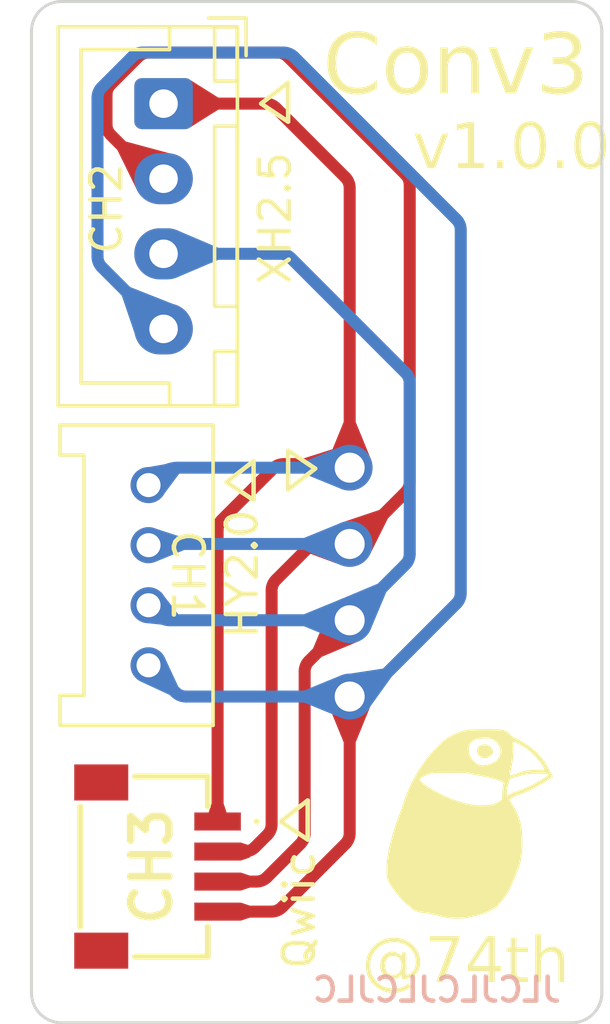
<source format=kicad_pcb>
(kicad_pcb (version 20221018) (generator pcbnew)
  (layers (0 "F.Cu" signal) (31 "B.Cu" signal) (34 "B.Paste" user) (35 "F.Paste" user) (36 "B.SilkS" user "B.Silkscreen") (37 "F.SilkS" user "F.Silkscreen") (38 "B.Mask" user) (39 "F.Mask" user) (44 "Edge.Cuts" user))
  (net 0 "")
  (net 1 "/1")
  (net 2 "/2")
  (net 3 "/3")
  (net 4 "/4")
  (footprint "$74th:4Pin" (layer "F.Cu") (at 66.1 60.52 -90)
    (fp_text reference "CH4" hide)
    (fp_text value "4Pin")
    (pad "1" thru_hole circle (at 0 0 270) (size 1.524 1.524) (drill 1) (layers "*.Cu" "*.Mask") (net 1 "/1"))
    (pad "2" thru_hole circle (at 2.54 0 270) (size 1.524 1.524) (drill 1) (layers "*.Cu" "*.Mask") (net 2 "/2"))
    (pad "3" thru_hole circle (at 5.08 0 270) (size 1.524 1.524) (drill 1) (layers "*.Cu" "*.Mask") (net 3 "/3"))
    (pad "4" thru_hole circle (at 7.62 0 270) (size 1.524 1.524) (drill 1) (layers "*.Cu" "*.Mask") (net 4 "/4"))
  )
  (footprint "Connector_JST:JST_XH_B4B-XH-A_1x04_P2.50mm_Vertical" (layer "F.Cu") (at 59.9 48.4 -90)
    (fp_text reference "CH2" (at 3.5 1.9 90) (layer "F.SilkS"))
    (fp_text value "4Pin")
    (fp_line (start -2.85 -2.75) (end -2.85 -1.5) (stroke (width 0.12)) (layer "F.SilkS"))
    (fp_line (start -2.56 -2.46) (end -2.56 3.51) (stroke (width 0.12)) (layer "F.SilkS"))
    (fp_line (start -2.56 3.51) (end 10.06 3.51) (stroke (width 0.12)) (layer "F.SilkS"))
    (fp_line (start -2.55 -2.45) (end -2.55 -1.7) (stroke (width 0.12)) (layer "F.SilkS"))
    (fp_line (start -2.55 -1.7) (end -0.75 -1.7) (stroke (width 0.12)) (layer "F.SilkS"))
    (fp_line (start -2.55 -0.2) (end -1.8 -0.2) (stroke (width 0.12)) (layer "F.SilkS"))
    (fp_line (start -1.8 -0.2) (end -1.8 2.75) (stroke (width 0.12)) (layer "F.SilkS"))
    (fp_line (start -1.8 2.75) (end 3.75 2.75) (stroke (width 0.12)) (layer "F.SilkS"))
    (fp_line (start -1.6 -2.75) (end -2.85 -2.75) (stroke (width 0.12)) (layer "F.SilkS"))
    (fp_line (start -0.75 -2.45) (end -2.55 -2.45) (stroke (width 0.12)) (layer "F.SilkS"))
    (fp_line (start -0.75 -1.7) (end -0.75 -2.45) (stroke (width 0.12)) (layer "F.SilkS"))
    (fp_line (start 0.75 -2.45) (end 0.75 -1.7) (stroke (width 0.12)) (layer "F.SilkS"))
    (fp_line (start 0.75 -1.7) (end 6.75 -1.7) (stroke (width 0.12)) (layer "F.SilkS"))
    (fp_line (start 6.75 -2.45) (end 0.75 -2.45) (stroke (width 0.12)) (layer "F.SilkS"))
    (fp_line (start 6.75 -1.7) (end 6.75 -2.45) (stroke (width 0.12)) (layer "F.SilkS"))
    (fp_line (start 8.25 -2.45) (end 8.25 -1.7) (stroke (width 0.12)) (layer "F.SilkS"))
    (fp_line (start 8.25 -1.7) (end 10.05 -1.7) (stroke (width 0.12)) (layer "F.SilkS"))
    (fp_line (start 9.3 -0.2) (end 9.3 2.75) (stroke (width 0.12)) (layer "F.SilkS"))
    (fp_line (start 9.3 2.75) (end 3.75 2.75) (stroke (width 0.12)) (layer "F.SilkS"))
    (fp_line (start 10.05 -2.45) (end 8.25 -2.45) (stroke (width 0.12)) (layer "F.SilkS"))
    (fp_line (start 10.05 -1.7) (end 10.05 -2.45) (stroke (width 0.12)) (layer "F.SilkS"))
    (fp_line (start 10.05 -0.2) (end 9.3 -0.2) (stroke (width 0.12)) (layer "F.SilkS"))
    (fp_line (start 10.06 -2.46) (end -2.56 -2.46) (stroke (width 0.12)) (layer "F.SilkS"))
    (fp_line (start 10.06 3.51) (end 10.06 -2.46) (stroke (width 0.12)) (layer "F.SilkS"))
    (pad "1" thru_hole roundrect (at 0 0 270) (size 1.7 1.95) (drill 0.95) (layers "*.Cu" "*.Mask") (roundrect_rratio 0.147059) (net 1 "/1"))
    (pad "2" thru_hole oval (at 2.5 0 270) (size 1.7 1.95) (drill 0.95) (layers "*.Cu" "*.Mask") (net 2 "/2"))
    (pad "3" thru_hole oval (at 5 0 270) (size 1.7 1.95) (drill 0.95) (layers "*.Cu" "*.Mask") (net 3 "/3"))
    (pad "4" thru_hole oval (at 7.5 0 270) (size 1.7 1.95) (drill 0.95) (layers "*.Cu" "*.Mask") (net 4 "/4"))
  )
  (footprint "$74th-imported:Qwick_connector" (layer "F.Cu") (at 59.25 73.8 -90)
    (fp_text reference "CH3" (at 0 -0.25 90) (layer "F.SilkS") (effects (font (size 1.27 1.27) (thickness 0.254))))
    (fp_text value "4Pin" hide)
    (fp_line (start -3 -2.125) (end -2 -2.125) (stroke (width 0.2)) (layer "F.SilkS"))
    (fp_line (start -3 0.3) (end -3 -2.125) (stroke (width 0.2)) (layer "F.SilkS"))
    (fp_line (start -2 2.125) (end 2 2.125) (stroke (width 0.2)) (layer "F.SilkS"))
    (fp_line (start -1.5 -3.8) (end -1.5 -3.8) (stroke (width 0.1)) (layer "F.SilkS"))
    (fp_line (start -1.5 -3.7) (end -1.5 -3.7) (stroke (width 0.1)) (layer "F.SilkS"))
    (fp_line (start 3 -2.125) (end 2 -2.125) (stroke (width 0.2)) (layer "F.SilkS"))
    (fp_line (start 3 0.3) (end 3 -2.125) (stroke (width 0.2)) (layer "F.SilkS"))
    (fp_arc (start -1.5 -3.8) (mid -1.45 -3.75) (end -1.5 -3.7) (stroke (width 0.1)) (layer "F.SilkS"))
    (fp_arc (start -1.5 -3.7) (mid -1.55 -3.75) (end -1.5 -3.8) (stroke (width 0.1)) (layer "F.SilkS"))
    (pad "1" smd rect (at -1.5 -2.45 270) (size 0.6 1.55) (layers "F.Cu" "F.Paste" "F.Mask") (net 1 "/1"))
    (pad "2" smd rect (at -0.5 -2.45 270) (size 0.6 1.55) (layers "F.Cu" "F.Paste" "F.Mask") (net 2 "/2"))
    (pad "3" smd rect (at 0.5 -2.45 270) (size 0.6 1.55) (layers "F.Cu" "F.Paste" "F.Mask") (net 3 "/3"))
    (pad "4" smd rect (at 1.5 -2.45 270) (size 0.6 1.55) (layers "F.Cu" "F.Paste" "F.Mask") (net 4 "/4"))
    (pad "MP1" smd rect (at -2.8 1.425 270) (size 1.2 1.8) (layers "F.Cu" "F.Paste" "F.Mask"))
    (pad "MP2" smd rect (at 2.8 1.425 270) (size 1.2 1.8) (layers "F.Cu" "F.Paste" "F.Mask"))
  )
  (footprint "$74th:HY2.0_Socket_TH_4Pin" (layer "F.Cu") (at 59.4 64.1 -90)
    (fp_text reference "CH1" (at 0 -1.3 -90 unlocked) (layer "F.SilkS"))
    (fp_text value "4Pin")
    (fp_line (start -5 -2.15) (end -5 2.95) (stroke (width 0.12)) (layer "F.SilkS"))
    (fp_line (start -5 2.95) (end -4 2.95) (stroke (width 0.12)) (layer "F.SilkS"))
    (fp_line (start -4 2.15) (end 4 2.15) (stroke (width 0.12)) (layer "F.SilkS"))
    (fp_line (start -4 2.95) (end -4 2.15) (stroke (width 0.12)) (layer "F.SilkS"))
    (fp_line (start 4 2.15) (end 4 2.95) (stroke (width 0.12)) (layer "F.SilkS"))
    (fp_line (start 4 2.95) (end 5 2.95) (stroke (width 0.12)) (layer "F.SilkS"))
    (fp_line (start 5 -2.15) (end -5 -2.15) (stroke (width 0.12)) (layer "F.SilkS"))
    (fp_line (start 5 2.95) (end 5 -2.15) (stroke (width 0.12)) (layer "F.SilkS"))
    (pad "1" thru_hole circle (at -3 0 270) (size 1.2 1.2) (drill 0.8) (layers "*.Cu" "*.Mask") (net 1 "/1"))
    (pad "2" thru_hole circle (at -1 0 270) (size 1.2 1.2) (drill 0.8) (layers "*.Cu" "*.Mask") (net 2 "/2"))
    (pad "3" thru_hole circle (at 1 0 270) (size 1.2 1.2) (drill 0.8) (layers "*.Cu" "*.Mask") (net 3 "/3"))
    (pad "4" thru_hole circle (at 3 0 270) (size 1.2 1.2) (drill 0.8) (layers "*.Cu" "*.Mask") (net 4 "/4"))
  )
  (footprint "$74th:74th-7.5mm" (layer "F.Cu") (at 69.9 72.7)
    (fp_text reference "G***" hide)
    (fp_text value "LOGO" hide)
    (fp_poly (pts (xy 0.74881 -2.966078) (xy 0.789437 -2.958285) (xy 0.825311 -2.941156) (xy 0.85105 -2.924005) (xy 0.914748 -2.871353) (xy 0.954502 -2.817874) (xy 0.975024 -2.75656) (xy 0.978232 -2.734731) (xy 0.981148 -2.69524) (xy 0.975821 -2.667658) (xy 0.957694 -2.641456) (xy 0.92282 -2.606681) (xy 0.879061 -2.569522) (xy 0.83468 -2.538769) (xy 0.811413 -2.526482) (xy 0.735954 -2.508302) (xy 0.654629 -2.510362) (xy 0.580202 -2.531987) (xy 0.565659 -2.539509) (xy 0.501789 -2.586651) (xy 0.462912 -2.643456) (xy 0.444887 -2.716368) (xy 0.443718 -2.729196) (xy 0.448777 -2.81321) (xy 0.477229 -2.879944) (xy 0.528181 -2.928541) (xy 0.600743 -2.95814) (xy 0.691208 -2.967887)) (fill solid) (layer "F.SilkS"))
    (fp_poly (pts (xy 0.974351 -3.473971) (xy 1.094929 -3.470854) (xy 1.193448 -3.464745) (xy 1.27352 -3.454808) (xy 1.338756 -3.44021) (xy 1.392768 -3.420115) (xy 1.43917 -3.39369) (xy 1.481572 -3.3601) (xy 1.523586 -3.31851) (xy 1.528635 -3.313091) (xy 1.575019 -3.266923) (xy 1.621597 -3.231056) (xy 1.6782 -3.198833) (xy 1.740006 -3.170012) (xy 1.956158 -3.061637) (xy 2.157955 -2.934405) (xy 2.340054 -2.791856) (xy 2.41589 -2.721964) (xy 2.500974 -2.632938) (xy 2.586496 -2.532302) (xy 2.666356 -2.427948) (xy 2.734449 -2.327769) (xy 2.77665 -2.255371) (xy 2.814117 -2.186179) (xy 2.854013 -2.115701) (xy 2.890052 -2.054925) (xy 2.904559 -2.031767) (xy 2.931154 -1.987525) (xy 2.948535 -1.952685) (xy 2.953133 -1.934453) (xy 2.952951 -1.934086) (xy 2.957191 -1.919758) (xy 2.964219 -1.915953) (xy 2.973821 -1.912059) (xy 2.976135 -1.906675) (xy 2.96769 -1.8963) (xy 2.945016 -1.877436) (xy 2.904644 -1.846581) (xy 2.8684 -1.81929) (xy 2.782425 -1.759045) (xy 2.673903 -1.690314) (xy 2.547364 -1.615845) (xy 2.407338 -1.538385) (xy 2.389036 -1.528588) (xy 2.337214 -1.502025) (xy 2.271858 -1.470113) (xy 2.198265 -1.435259) (xy 2.121734 -1.399872) (xy 2.047566 -1.366359) (xy 1.981059 -1.337127) (xy 1.927511 -1.314586) (xy 1.892223 -1.301142) (xy 1.882712 -1.298525) (xy 1.857808 -1.289882) (xy 1.853059 -1.286335) (xy 1.833114 -1.282535) (xy 1.823322 -1.285036) (xy 1.805379 -1.283821) (xy 1.802769 -1.277158) (xy 1.792089 -1.267751) (xy 1.780784 -1.26983) (xy 1.761983 -1.268785) (xy 1.758799 -1.261177) (xy 1.750243 -1.250715) (xy 1.744839 -1.252715) (xy 1.726496 -1.249266) (xy 1.693809 -1.23132) (xy 1.665656 -1.211557) (xy 1.621833 -1.181581) (xy 1.580846 -1.159187) (xy 1.562363 -1.152217) (xy 1.534271 -1.141177) (xy 1.524293 -1.130457) (xy 1.531939 -1.113571) (xy 1.552402 -1.078665) (xy 1.581971 -1.031931) (xy 1.597739 -1.007968) (xy 1.6927 -0.850723) (xy 1.776596 -0.682724) (xy 1.84584 -0.512266) (xy 1.896844 -0.347645) (xy 1.912263 -0.28077) (xy 1.929487 -0.172825) (xy 1.942481 -0.04333) (xy 1.95107 0.100234) (xy 1.955084 0.250386) (xy 1.954348 0.399643) (xy 1.948691 0.540526) (xy 1.93794 0.665553) (xy 1.934699 0.6915) (xy 1.920436 0.788242) (xy 1.903897 0.878155) (xy 1.883668 0.965656) (xy 1.858331 1.055165) (xy 1.826471 1.151097) (xy 1.786671 1.257873) (xy 1.737515 1.379908) (xy 1.677587 1.521622) (xy 1.642874 1.601851) (xy 1.60698 1.684707) (xy 1.575451 1.758171) (xy 1.550038 1.818105) (xy 1.532494 1.86037) (xy 1.524571 1.880826) (xy 1.524293 1.881985) (xy 1.516511 1.89694) (xy 1.495904 1.929756) (xy 1.466582 1.974368) (xy 1.432653 2.024708) (xy 1.398228 2.074712) (xy 1.367416 2.118313) (xy 1.344326 2.149445) (xy 1.337178 2.158194) (xy 1.323056 2.177722) (xy 1.323332 2.183843) (xy 1.318212 2.193132) (xy 1.296503 2.217585) (xy 1.262776 2.252081) (xy 1.259648 2.255168) (xy 1.223539 2.292071) (xy 1.197579 2.321193) (xy 1.187204 2.336424) (xy 1.18719 2.336639) (xy 1.178766 2.352954) (xy 1.157192 2.383709) (xy 1.139555 2.406569) (xy 1.076629 2.464814) (xy 1.003981 2.506167) (xy 0.942913 2.536048) (xy 0.879674 2.57042) (xy 0.844392 2.591558) (xy 0.782445 2.624387) (xy 0.699395 2.658999) (xy 0.603103 2.692662) (xy 0.501428 2.722643) (xy 0.402232 2.74621) (xy 0.39573 2.74752) (xy 0.321889 2.763379) (xy 0.240808 2.782555) (xy 0.180968 2.797984) (xy 0.083846 2.817501) (xy -0.036232 2.830137) (xy -0.173656 2.835581) (xy -0.322814 2.833524) (xy -0.39573 2.829855) (xy -0.481925 2.82254) (xy -0.563859 2.810751) (xy -0.651203 2.792701) (xy -0.753627 2.766602) (xy -0.785991 2.757702) (xy -0.958264 2.712704) (xy -1.114182 2.678686) (xy -1.263692 2.653679) (xy -1.387738 2.638594) (xy -1.485522 2.622588) (xy -1.577124 2.593256) (xy -1.622245 2.573895) (xy -1.671953 2.550543) (xy -1.707689 2.532487) (xy -1.724205 2.52244) (xy -1.724028 2.521256) (xy -1.719444 2.513134) (xy -1.738127 2.490455) (xy -1.778704 2.454538) (xy -1.839798 2.406701) (xy -1.85673 2.39406) (xy -1.934615 2.3293) (xy -2.022329 2.244532) (xy -2.11527 2.145262) (xy -2.208832 2.036994) (xy -2.298413 1.925236) (xy -2.379407 1.815491) (xy -2.447212 1.713267) (xy -2.492152 1.634218) (xy -2.521271 1.572648) (xy -2.542967 1.514229) (xy -2.558109 1.453266) (xy -2.567566 1.384065) (xy -2.572207 1.300929) (xy -2.572902 1.198164) (xy -2.571558 1.113906) (xy -2.559716 0.929105) (xy -2.532123 0.722599) (xy -2.489423 0.496988) (xy -2.432255 0.254868) (xy -2.361262 -0.001161) (xy -2.277086 -0.268502) (xy -2.180368 -0.544557) (xy -2.126766 -0.686965) (xy -2.095266 -0.770229) (xy -2.068351 -0.844219) (xy -2.047514 -0.904588) (xy -2.034249 -0.946989) (xy -2.030048 -0.967075) (xy -2.030266 -0.967854) (xy -2.026646 -0.982342) (xy -2.02206 -0.984626) (xy -2.008874 -1.001571) (xy -2.004193 -1.02252) (xy -1.998043 -1.048193) (xy -1.990648 -1.05528) (xy -1.985271 -1.066147) (xy -1.988006 -1.077265) (xy -1.987576 -1.0961) (xy -1.980678 -1.09925) (xy -1.971271 -1.10993) (xy -1.97335 -1.121235) (xy -1.972919 -1.14007) (xy -1.966021 -1.14322) (xy -1.956614 -1.1539) (xy -1.958693 -1.165205) (xy -1.958262 -1.18404) (xy -1.951365 -1.18719) (xy -1.941957 -1.19787) (xy -1.944036 -1.209175) (xy -1.942991 -1.227977) (xy -1.935383 -1.23116) (xy -1.925174 -1.240047) (xy -1.927352 -1.245817) (xy -1.927594 -1.259383) (xy -1.923331 -1.260473) (xy -1.9115 -1.272261) (xy -1.910252 -1.280976) (xy -1.90332 -1.314179) (xy -1.883895 -1.36869) (xy -1.85403 -1.440369) (xy -1.81578 -1.525078) (xy -1.7712 -1.618674) (xy -1.722345 -1.71702) (xy -1.686911 -1.785668) (xy -1.453343 -1.785668) (xy -1.431716 -1.749192) (xy -1.387033 -1.703067) (xy -1.321048 -1.648663) (xy -1.235518 -1.587352) (xy -1.132195 -1.520505) (xy -1.012835 -1.449494) (xy -0.92337 -1.399507) (xy -0.646618 -1.259799) (xy -0.372425 -1.143581) (xy -0.104194 -1.052214) (xy 0.050249 -1.010426) (xy 0.156491 -0.985486) (xy 0.245733 -0.967232) (xy 0.326312 -0.954765) (xy 0.406564 -0.947182) (xy 0.494828 -0.943583) (xy 0.59944 -0.943067) (xy 0.666878 -0.943769) (xy 0.761366 -0.945451) (xy 0.832214 -0.947951) (xy 0.885093 -0.951898) (xy 0.925676 -0.957921) (xy 0.959635 -0.966649) (xy 0.992643 -0.978712) (xy 0.996653 -0.98035) (xy 1.051441 -1.005682) (xy 1.116252 -1.039646) (xy 1.17439 -1.073297) (xy 1.271516 -1.133078) (xy 1.276324 -1.25842) (xy 1.436353 -1.25842) (xy 1.542614 -1.316237) (xy 1.6118 -1.350108) (xy 1.690075 -1.382817) (xy 1.758799 -1.406738) (xy 1.830771 -1.43099) (xy 1.921223 -1.46578) (xy 2.02274 -1.507908) (xy 2.12791 -1.554171) (xy 2.229317 -1.601372) (xy 2.319548 -1.646308) (xy 2.345066 -1.659802) (xy 2.424101 -1.703364) (xy 2.504854 -1.749633) (xy 2.583274 -1.796094) (xy 2.655309 -1.84023) (xy 2.716908 -1.879525) (xy 2.76402 -1.911462) (xy 2.792594 -1.933524) (xy 2.799423 -1.942045) (xy 2.79635 -1.95948) (xy 2.784737 -1.972519) (xy 2.760986 -1.981774) (xy 2.721503 -1.987862) (xy 2.662692 -1.991396) (xy 2.580957 -1.992992) (xy 2.499694 -1.993287) (xy 2.358683 -1.991448) (xy 2.239217 -1.985282) (xy 2.133715 -1.973777) (xy 2.034596 -1.955921) (xy 1.93428 -1.930703) (xy 1.85771 -1.907628) (xy 1.790095 -1.887243) (xy 1.724753 -1.869418) (xy 1.67219 -1.856951) (xy 1.656203 -1.853947) (xy 1.610334 -1.844668) (xy 1.574022 -1.834062) (xy 1.565844 -1.830532) (xy 1.545798 -1.807238) (xy 1.523765 -1.760718) (xy 1.501303 -1.696842) (xy 1.479971 -1.621482) (xy 1.461327 -1.540508) (xy 1.44693 -1.459792) (xy 1.438338 -1.385205) (xy 1.436607 -1.343723) (xy 1.436353 -1.25842) (xy 1.276324 -1.25842) (xy 1.27916 -1.33235) (xy 1.283685 -1.413915) (xy 1.290507 -1.492376) (xy 1.298735 -1.559266) (xy 1.307477 -1.606117) (xy 1.308301 -1.609216) (xy 1.329798 -1.686811) (xy 1.285814 -1.709556) (xy 1.220504 -1.740396) (xy 1.145826 -1.769723) (xy 1.058806 -1.798331) (xy 0.95647 -1.82702) (xy 0.835844 -1.856586) (xy 0.693955 -1.887826) (xy 0.527827 -1.921538) (xy 0.410386 -1.944213) (xy 0.357933 -1.954183) (xy 1.538949 -1.954183) (xy 1.542122 -1.941985) (xy 1.554146 -1.936919) (xy 1.578777 -1.939775) (xy 1.619773 -1.951343) (xy 1.680892 -1.972411) (xy 1.754126 -1.999369) (xy 1.859806 -2.03715) (xy 1.952867 -2.065876) (xy 2.040993 -2.086959) (xy 2.131869 -2.101812) (xy 2.23318 -2.111846) (xy 2.352609 -2.118474) (xy 2.414685 -2.120733) (xy 2.499564 -2.123772) (xy 2.573341 -2.126983) (xy 2.631425 -2.130119) (xy 2.669225 -2.132933) (xy 2.682169 -2.135111) (xy 2.674517 -2.157394) (xy 2.654164 -2.197165) (xy 2.62502 -2.247759) (xy 2.590991 -2.302507) (xy 2.555988 -2.354745) (xy 2.5419 -2.37438) (xy 2.490053 -2.439141) (xy 2.423719 -2.513616) (xy 2.348603 -2.59215) (xy 2.27041 -2.669088) (xy 2.194846 -2.738775) (xy 2.127617 -2.795557) (xy 2.085693 -2.826543) (xy 2.034789 -2.858857) (xy 1.972567 -2.895669) (xy 1.90449 -2.934064) (xy 1.836017 -2.971129) (xy 1.772609 -3.003949) (xy 1.719728 -3.029611) (xy 1.682833 -3.045202) (xy 1.669593 -3.048565) (xy 1.662235 -3.044023) (xy 1.656719 -3.028084) (xy 1.652772 -2.997254) (xy 1.65012 -2.948037) (xy 1.648491 -2.876938) (xy 1.64761 -2.780462) (xy 1.647539 -2.766424) (xy 1.646737 -2.664685) (xy 1.644875 -2.584253) (xy 1.641133 -2.517122) (xy 1.634694 -2.455286) (xy 1.624737 -2.390739) (xy 1.610445 -2.315476) (xy 1.592577 -2.228996) (xy 1.575221 -2.145315) (xy 1.560207 -2.070908) (xy 1.548513 -2.010797) (xy 1.54112 -1.970002) (xy 1.538949 -1.954183) (xy 0.357933 -1.954183) (xy 0.036641 -2.015253) (xy -0.490999 -2.015272) (xy -0.629876 -2.015215) (xy -0.742947 -2.014907) (xy -0.833719 -2.014159) (xy -0.905698 -2.012782) (xy -0.962393 -2.01059) (xy -1.007309 -2.007393) (xy -1.043954 -2.003003) (xy -1.075835 -1.997232) (xy -1.106458 -1.989891) (xy -1.139332 -1.980792) (xy -1.140788 -1.980376) (xy -1.21591 -1.954001) (xy -1.293122 -1.918634) (xy -1.364325 -1.878707) (xy -1.421417 -1.838651) (xy -1.450159 -1.811124) (xy -1.453343 -1.785668) (xy -1.686911 -1.785668) (xy -1.671268 -1.815974) (xy -1.620025 -1.911398) (xy -1.570671 -1.99915) (xy -1.525259 -2.075091) (xy -1.487627 -2.132545) (xy -1.454807 -2.179946) (xy -1.411425 -2.243298) (xy -1.363221 -2.314193) (xy -1.317632 -2.381691) (xy -1.272063 -2.446976) (xy -1.222737 -2.512296) (xy -1.166715 -2.581037) (xy -1.101056 -2.656589) (xy -1.022822 -2.742336) (xy -0.933754 -2.836708) (xy 0.167381 -2.836708) (xy 0.172935 -2.738724) (xy 0.175947 -2.718392) (xy 0.205419 -2.603258) (xy 0.255703 -2.505515) (xy 0.329901 -2.419195) (xy 0.332884 -2.416386) (xy 0.419609 -2.345527) (xy 0.504335 -2.299805) (xy 0.592991 -2.277792) (xy 0.69151 -2.278055) (xy 0.80582 -2.299165) (xy 0.812192 -2.300776) (xy 0.943437 -2.34497) (xy 1.050547 -2.404042) (xy 1.132962 -2.47754) (xy 1.19012 -2.565015) (xy 1.211081 -2.620605) (xy 1.227587 -2.725821) (xy 1.216095 -2.827063) (xy 1.177881 -2.921898) (xy 1.114221 -3.007894) (xy 1.026389 -3.08262) (xy 0.943576 -3.130711) (xy 0.91067 -3.146091) (xy 0.881679 -3.156505) (xy 0.850131 -3.162702) (xy 0.80955 -3.16543) (xy 0.753465 -3.165437) (xy 0.675402 -3.163471) (xy 0.663323 -3.163111) (xy 0.559447 -3.158162) (xy 0.478523 -3.149147) (xy 0.414273 -3.134221) (xy 0.36042 -3.111541) (xy 0.310688 -3.079262) (xy 0.273319 -3.048526) (xy 0.216012 -2.986317) (xy 0.181219 -2.917475) (xy 0.167381 -2.836708) (xy -0.933754 -2.836708) (xy -0.929073 -2.841668) (xy -0.822868 -2.951798) (xy -0.66542 -3.096983) (xy -0.499188 -3.2162) (xy -0.319354 -3.312521) (xy -0.155666 -3.377503) (xy -0.081127 -3.401639) (xy -0.00859 -3.421586) (xy 0.065674 -3.437712) (xy 0.145392 -3.450387) (xy 0.234291 -3.45998) (xy 0.336099 -3.466859) (xy 0.454544 -3.471395) (xy 0.593354 -3.473957) (xy 0.756256 -3.474912) (xy 0.828101 -3.474929)) (fill solid) (layer "F.SilkS"))
  )
  (footprint "$74th:JLCJLCJLCJLC" (layer "B.Cu") (at 69 77.9 180)
    (fp_text reference "REF**" hide)
    (fp_text value "JLCJLCJLCJLC" (at 0 0 unlocked) (layer "B.SilkS") (effects (font (size 0.8 0.8)) (justify mirror)))
  )
  (gr_line (start 64.05 59.95) (end 64.05 61.25) (stroke (width 0.15)) (layer "F.SilkS"))
  (gr_line (start 62.9 60.3) (end 62 61) (stroke (width 0.15)) (layer "F.SilkS"))
  (gr_line (start 64.95 60.55) (end 64.05 59.95) (stroke (width 0.15)) (layer "F.SilkS"))
  (gr_line (start 62 61) (end 62.9 61.6) (stroke (width 0.15)) (layer "F.SilkS"))
  (gr_line (start 64.05 47.7) (end 63.15 48.4) (stroke (width 0.15)) (layer "F.SilkS"))
  (gr_line (start 64.05 49) (end 64.05 47.7) (stroke (width 0.15)) (layer "F.SilkS"))
  (gr_line (start 64.7 72.9) (end 64.7 71.6) (stroke (width 0.15)) (layer "F.SilkS"))
  (gr_line (start 64.7 71.6) (end 63.8 72.3) (stroke (width 0.15)) (layer "F.SilkS"))
  (gr_line (start 63.8 72.3) (end 64.7 72.9) (stroke (width 0.15)) (layer "F.SilkS"))
  (gr_line (start 62.9 61.6) (end 62.9 60.3) (stroke (width 0.15)) (layer "F.SilkS"))
  (gr_line (start 63.15 48.4) (end 64.05 49) (stroke (width 0.15)) (layer "F.SilkS"))
  (gr_line (start 64.05 61.25) (end 64.95 60.55) (stroke (width 0.15)) (layer "F.SilkS"))
  (gr_arc (start 56.5 79) (mid 55.792893 78.707107) (end 55.5 78) (stroke (width 0.1)) (layer "Edge.Cuts"))
  (gr_line (start 56.5 79) (end 73.5 79) (stroke (width 0.1)) (layer "Edge.Cuts"))
  (gr_arc (start 73.5 45) (mid 74.207107 45.292893) (end 74.5 46) (stroke (width 0.1)) (layer "Edge.Cuts"))
  (gr_line (start 56.5 45) (end 73.5 45) (stroke (width 0.1)) (layer "Edge.Cuts"))
  (gr_line (start 74.5 46) (end 74.5 78) (stroke (width 0.1)) (layer "Edge.Cuts"))
  (gr_arc (start 55.5 46) (mid 55.792893 45.292893) (end 56.5 45) (stroke (width 0.1)) (layer "Edge.Cuts"))
  (gr_arc (start 74.5 78) (mid 74.207107 78.707107) (end 73.5 79) (stroke (width 0.1)) (layer "Edge.Cuts"))
  (gr_line (start 55.5 46) (end 55.5 78) (stroke (width 0.1)) (layer "Edge.Cuts"))
  (gr_text "Conv3" (at 65.2 48.4) (layer "F.SilkS") (effects (font (size 2 2)) (justify left bottom)))
  (gr_text "HY2.0" (at 63.1 66.3 90) (layer "F.SilkS") (effects (font (size 1 1)) (justify left bottom)))
  (gr_text "v1.0.0" (at 68.2 50.8) (layer "F.SilkS") (effects (font (size 1.5 1.5)) (justify left bottom)))
  (gr_text "Qwiic" (at 65 77.3 90) (layer "F.SilkS") (effects (font (size 1 1)) (justify left bottom)))
  (gr_text "@74th" (at 66.5 77.9) (layer "F.SilkS") (effects (font (size 1.5 1.5)) (justify left bottom)))
  (gr_text "XH2.5" (at 64.2 54.5 90) (layer "F.SilkS") (effects (font (size 1 1)) (justify left bottom)))
  (segment (start 61.846447 62.253553) (end 63.553554 60.546446) (width 0.4) (layer "F.Cu") (net 1))
  (segment (start 65.98 60.4) (end 66.1 60.52) (width 0.4) (layer "F.Cu") (net 1))
  (segment (start 61.7 72.3) (end 61.7 62.607107) (width 0.4) (layer "F.Cu") (net 1))
  (segment (start 65.953553 50.853553) (end 63.646446 48.546446) (width 0.4) (layer "F.Cu") (net 1))
  (segment (start 63.907107 60.4) (end 65.98 60.4) (width 0.4) (layer "F.Cu") (net 1))
  (segment (start 66.1 60.52) (end 66.1 51.207107) (width 0.4) (layer "F.Cu") (net 1))
  (segment (start 59.9 48.4) (end 63.292893 48.4) (width 0.4) (layer "F.Cu") (net 1))
  (arc (start 63.646446 48.546446) (mid 63.484234 48.43806) (end 63.292893 48.4) (width 0.4) (layer "F.Cu") (net 1))
  (arc (start 63.907107 60.4) (mid 63.715766 60.43806) (end 63.553554 60.546446) (width 0.4) (layer "F.Cu") (net 1))
  (arc (start 65.953553 50.853553) (mid 66.06194 51.015765) (end 66.1 51.207107) (width 0.4) (layer "F.Cu") (net 1))
  (arc (start 61.846447 62.253553) (mid 61.73806 62.415765) (end 61.7 62.607107) (width 0.4) (layer "F.Cu") (net 1))
  (segment (start 59.687107 60.812893) (end 59.4 61.1) (width 0.4) (layer "B.Cu") (net 1))
  (segment (start 66.1 60.52) (end 60.394214 60.52) (width 0.4) (layer "B.Cu") (net 1))
  (arc (start 59.687107 60.812893) (mid 60.01153 60.59612) (end 60.394214 60.52) (width 0.4) (layer "B.Cu") (net 1))
  (segment (start 58 49.092893) (end 58 48.107107) (width 0.4) (layer "F.Cu") (net 2))
  (segment (start 67.953553 61.346447) (end 66.24 63.06) (width 0.4) (layer "F.Cu") (net 2))
  (segment (start 59.453553 50.753553) (end 58.146446 49.446446) (width 0.4) (layer "F.Cu") (net 2))
  (segment (start 66.24 63.06) (end 66.1 63.06) (width 0.4) (layer "F.Cu") (net 2))
  (segment (start 62.946447 73.153553) (end 63.353554 72.746446) (width 0.4) (layer "F.Cu") (net 2))
  (segment (start 63.646447 64.253553) (end 64.693554 63.206446) (width 0.4) (layer "F.Cu") (net 2))
  (segment (start 58.146447 47.753553) (end 59.053554 46.846446) (width 0.4) (layer "F.Cu") (net 2))
  (segment (start 59.407107 46.7) (end 63.692893 46.7) (width 0.4) (layer "F.Cu") (net 2))
  (segment (start 63.5 72.392893) (end 63.5 64.607107) (width 0.4) (layer "F.Cu") (net 2))
  (segment (start 64.046447 46.846447) (end 67.953554 50.753554) (width 0.4) (layer "F.Cu") (net 2))
  (segment (start 68.1 51.107107) (end 68.1 60.992893) (width 0.4) (layer "F.Cu") (net 2))
  (segment (start 61.7 73.3) (end 62.592893 73.3) (width 0.4) (layer "F.Cu") (net 2))
  (segment (start 59.9 50.9) (end 59.807107 50.9) (width 0.4) (layer "F.Cu") (net 2))
  (segment (start 65.047107 63.06) (end 66.1 63.06) (width 0.4) (layer "F.Cu") (net 2))
  (segment (start 59.9 50.9) (end 59.307107 50.9) (width 0.4) (layer "F.Cu") (net 2))
  (arc (start 58 48.107107) (mid 58.03806 47.915765) (end 58.146447 47.753553) (width 0.4) (layer "F.Cu") (net 2))
  (arc (start 64.693554 63.206446) (mid 64.855766 63.09806) (end 65.047107 63.06) (width 0.4) (layer "F.Cu") (net 2))
  (arc (start 59.407107 46.7) (mid 59.215766 46.73806) (end 59.053554 46.846446) (width 0.4) (layer "F.Cu") (net 2))
  (arc (start 59.807107 50.9) (mid 59.615765 50.86194) (end 59.453553 50.753553) (width 0.4) (layer "F.Cu") (net 2))
  (arc (start 63.692893 46.7) (mid 63.884235 46.73806) (end 64.046447 46.846447) (width 0.4) (layer "F.Cu") (net 2))
  (arc (start 68.1 60.992893) (mid 68.06194 61.184235) (end 67.953553 61.346447) (width 0.4) (layer "F.Cu") (net 2))
  (arc (start 58 49.092893) (mid 58.03806 49.284234) (end 58.146446 49.446446) (width 0.4) (layer "F.Cu") (net 2))
  (arc (start 68.1 51.107107) (mid 68.06194 50.915766) (end 67.953554 50.753554) (width 0.4) (layer "F.Cu") (net 2))
  (arc (start 63.646447 64.253553) (mid 63.53806 64.415765) (end 63.5 64.607107) (width 0.4) (layer "F.Cu") (net 2))
  (arc (start 63.353554 72.746446) (mid 63.46194 72.584234) (end 63.5 72.392893) (width 0.4) (layer "F.Cu") (net 2))
  (arc (start 62.592893 73.3) (mid 62.784235 73.26194) (end 62.946447 73.153553) (width 0.4) (layer "F.Cu") (net 2))
  (segment (start 59.44 63.06) (end 59.4 63.1) (width 0.4) (layer "B.Cu") (net 2))
  (segment (start 66.1 63.06) (end 59.44 63.06) (width 0.4) (layer "B.Cu") (net 2))
  (segment (start 64.6 72.692893) (end 64.6 67.307107) (width 0.4) (layer "F.Cu") (net 3))
  (segment (start 61.7 74.3) (end 62.992893 74.3) (width 0.4) (layer "F.Cu") (net 3))
  (segment (start 63.346447 74.153553) (end 64.453554 73.046446) (width 0.4) (layer "F.Cu") (net 3))
  (segment (start 64.746447 66.953553) (end 66.1 65.6) (width 0.4) (layer "F.Cu") (net 3))
  (arc (start 62.992893 74.3) (mid 63.184235 74.26194) (end 63.346447 74.153553) (width 0.4) (layer "F.Cu") (net 3))
  (arc (start 64.6 67.307107) (mid 64.63806 67.115765) (end 64.746447 66.953553) (width 0.4) (layer "F.Cu") (net 3))
  (arc (start 64.6 72.692893) (mid 64.56194 72.884234) (end 64.453554 73.046446) (width 0.4) (layer "F.Cu") (net 3))
  (segment (start 66.1 65.6) (end 67.953554 63.746446) (width 0.4) (layer "B.Cu") (net 3))
  (segment (start 66.1 65.6) (end 60.107107 65.6) (width 0.4) (layer "B.Cu") (net 3))
  (segment (start 67.953553 57.353553) (end 64.146446 53.546446) (width 0.4) (layer "B.Cu") (net 3))
  (segment (start 59.9 53.4) (end 63.792893 53.4) (width 0.4) (layer "B.Cu") (net 3))
  (segment (start 68.1 63.392893) (end 68.1 57.707107) (width 0.4) (layer "B.Cu") (net 3))
  (segment (start 59.753553 65.453553) (end 59.4 65.1) (width 0.4) (layer "B.Cu") (net 3))
  (segment (start 59.607107 65.307107) (end 59.4 65.1) (width 0.4) (layer "B.Cu") (net 3))
  (arc (start 59.753553 65.453553) (mid 59.915765 65.56194) (end 60.107107 65.6) (width 0.4) (layer "B.Cu") (net 3))
  (arc (start 64.146446 53.546446) (mid 63.984234 53.43806) (end 63.792893 53.4) (width 0.4) (layer "B.Cu") (net 3))
  (arc (start 60.314214 65.6) (mid 59.931531 65.52388) (end 59.607107 65.307107) (width 0.4) (layer "B.Cu") (net 3))
  (arc (start 67.953554 63.746446) (mid 68.06194 63.584234) (end 68.1 63.392893) (width 0.4) (layer "B.Cu") (net 3))
  (arc (start 67.953553 57.353553) (mid 68.06194 57.515765) (end 68.1 57.707107) (width 0.4) (layer "B.Cu") (net 3))
  (segment (start 65.953553 73.046447) (end 63.846446 75.153554) (width 0.4) (layer "F.Cu") (net 4))
  (segment (start 66.1 68.14) (end 66.1 72.692893) (width 0.4) (layer "F.Cu") (net 4))
  (segment (start 61.7 75.3) (end 63.492893 75.3) (width 0.4) (layer "F.Cu") (net 4))
  (arc (start 65.953553 73.046447) (mid 66.06194 72.884235) (end 66.1 72.692893) (width 0.4) (layer "F.Cu") (net 4))
  (arc (start 63.846446 75.153554) (mid 63.684234 75.26194) (end 63.492893 75.3) (width 0.4) (layer "F.Cu") (net 4))
  (segment (start 59.4 67.1) (end 60.293554 67.993554) (width 0.4) (layer "B.Cu") (net 4))
  (segment (start 57.7 48.207107) (end 57.7 53.492893) (width 0.4) (layer "B.Cu") (net 4))
  (segment (start 60.647107 68.14) (end 66.1 68.14) (width 0.4) (layer "B.Cu") (net 4))
  (segment (start 57.846447 53.846447) (end 59.9 55.9) (width 0.4) (layer "B.Cu") (net 4))
  (segment (start 63.892893 46.7) (end 59.207107 46.7) (width 0.4) (layer "B.Cu") (net 4))
  (segment (start 66.1 68.14) (end 66.352893 68.14) (width 0.4) (layer "B.Cu") (net 4))
  (segment (start 58.853553 46.846447) (end 57.846446 47.853554) (width 0.4) (layer "B.Cu") (net 4))
  (segment (start 69.8 64.692893) (end 69.8 52.607107) (width 0.4) (layer "B.Cu") (net 4))
  (segment (start 69.653553 52.253553) (end 64.246446 46.846446) (width 0.4) (layer "B.Cu") (net 4))
  (segment (start 66.706447 67.993553) (end 69.653554 65.046446) (width 0.4) (layer "B.Cu") (net 4))
  (arc (start 59.207107 46.7) (mid 59.015765 46.73806) (end 58.853553 46.846447) (width 0.4) (layer "B.Cu") (net 4))
  (arc (start 63.892893 46.7) (mid 64.084234 46.73806) (end 64.246446 46.846446) (width 0.4) (layer "B.Cu") (net 4))
  (arc (start 66.352893 68.14) (mid 66.544235 68.10194) (end 66.706447 67.993553) (width 0.4) (layer "B.Cu") (net 4))
  (arc (start 57.846447 53.846447) (mid 57.73806 53.684235) (end 57.7 53.492893) (width 0.4) (layer "B.Cu") (net 4))
  (arc (start 69.8 52.607107) (mid 69.76194 52.415765) (end 69.653553 52.253553) (width 0.4) (layer "B.Cu") (net 4))
  (arc (start 69.653554 65.046446) (mid 69.76194 64.884234) (end 69.8 64.692893) (width 0.4) (layer "B.Cu") (net 4))
  (arc (start 60.293554 67.993554) (mid 60.455766 68.10194) (end 60.647107 68.14) (width 0.4) (layer "B.Cu") (net 4))
  (arc (start 57.846446 47.853554) (mid 57.73806 48.015766) (end 57.7 48.207107) (width 0.4) (layer "B.Cu") (net 4))
)
</source>
